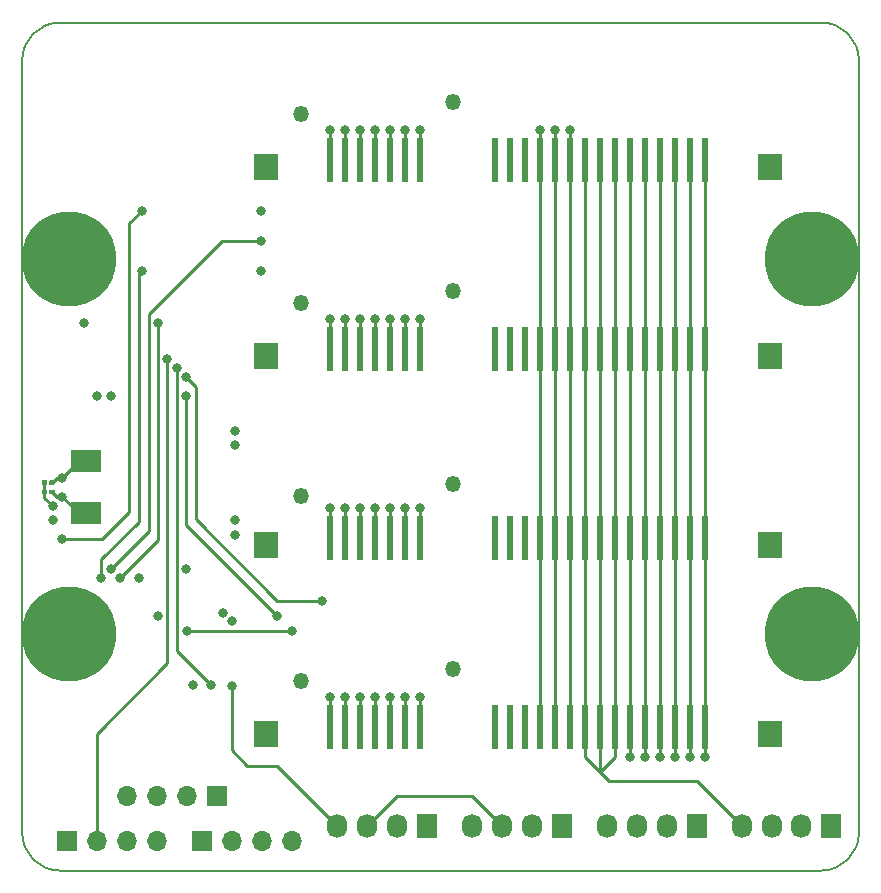
<source format=gbr>
%TF.GenerationSoftware,KiCad,Pcbnew,6.0.0-rc1-unknown-4a57541~66~ubuntu18.04.1*%
%TF.CreationDate,2018-09-12T10:58:26-06:00*%
%TF.ProjectId,thelio-io,7468656C696F2D696F2E6B696361645F,rev?*%
%TF.SameCoordinates,Original*%
%TF.FileFunction,Copper,L1,Top,Signal*%
%TF.FilePolarity,Positive*%
%FSLAX46Y46*%
G04 Gerber Fmt 4.6, Leading zero omitted, Abs format (unit mm)*
G04 Created by KiCad (PCBNEW 6.0.0-rc1-unknown-4a57541~66~ubuntu18.04.1) date Wed Sep 12 10:58:26 2018*
%MOMM*%
%LPD*%
G01*
G04 APERTURE LIST*
%TA.AperFunction,NonConductor*%
%ADD10C,0.150000*%
%TD*%
%TA.AperFunction,NonConductor*%
%ADD11C,0.200000*%
%TD*%
%TA.AperFunction,ComponentPad*%
%ADD12O,1.730000X2.030000*%
%TD*%
%TA.AperFunction,ComponentPad*%
%ADD13R,1.730000X2.030000*%
%TD*%
%TA.AperFunction,ComponentPad*%
%ADD14O,1.700000X1.700000*%
%TD*%
%TA.AperFunction,ComponentPad*%
%ADD15R,1.700000X1.700000*%
%TD*%
%TA.AperFunction,ComponentPad*%
%ADD16O,1.350000X1.350000*%
%TD*%
%TA.AperFunction,Conductor*%
%ADD17C,0.350000*%
%TD*%
%TA.AperFunction,SMDPad,CuDef*%
%ADD18C,0.400000*%
%TD*%
%TA.AperFunction,SMDPad,CuDef*%
%ADD19R,2.500000X1.900000*%
%TD*%
%TA.AperFunction,ComponentPad*%
%ADD20C,0.900000*%
%TD*%
%TA.AperFunction,ComponentPad*%
%ADD21C,8.000000*%
%TD*%
%TA.AperFunction,ConnectorPad*%
%ADD22R,2.100000X2.200000*%
%TD*%
%TA.AperFunction,SMDPad,CuDef*%
%ADD23R,0.600000X3.800000*%
%TD*%
%TA.AperFunction,ViaPad*%
%ADD24C,0.800000*%
%TD*%
%TA.AperFunction,Conductor*%
%ADD25C,0.250000*%
%TD*%
G04 APERTURE END LIST*
D10*
X70850000Y-68600000D02*
G75*
G02X67650000Y-71800000I-3200000J0D01*
G01*
D11*
X3200000Y-71800000D02*
G75*
G02X0Y-68600000I0J3200000D01*
G01*
X67650000Y-71800000D02*
X3200000Y-71800000D01*
X70850000Y-3200000D02*
X70850000Y-68600000D01*
X0Y-3200000D02*
G75*
G02X3200000Y0I3200000J0D01*
G01*
X67650000Y0D02*
G75*
G02X70850000Y-3200000I0J-3200000D01*
G01*
X0Y-68600000D02*
X0Y-3200000D01*
X3200000Y0D02*
X67650000Y0D01*
D12*
%TO.P,POWER0,4*%
%TO.N,+5V*%
X60960000Y-67990000D03*
%TO.P,POWER0,3*%
%TO.N,GND*%
X63460000Y-67990000D03*
%TO.P,POWER0,2*%
X65960000Y-67990000D03*
D13*
%TO.P,POWER0,1*%
%TO.N,+12V*%
X68460000Y-67990000D03*
%TD*%
D14*
%TO.P,USB0,4*%
%TO.N,GND*%
X8890000Y-65450000D03*
%TO.P,USB0,3*%
%TO.N,Net-(R0-Pad1)*%
X11430000Y-65450000D03*
%TO.P,USB0,2*%
%TO.N,Net-(R1-Pad1)*%
X13970000Y-65450000D03*
D15*
%TO.P,USB0,1*%
%TO.N,VCC*%
X16510000Y-65450000D03*
%TD*%
D16*
%TO.P,DATA2,*%
%TO.N,*%
X36470000Y-22760000D03*
X23640000Y-23760000D03*
%TD*%
%TO.P,DATA0,*%
%TO.N,*%
X36470000Y-6760000D03*
X23640000Y-7760000D03*
%TD*%
%TO.P,DATA3,*%
%TO.N,*%
X36470000Y-54760000D03*
X23640000Y-55760000D03*
%TD*%
%TO.P,DATA1,*%
%TO.N,*%
X36470000Y-39110000D03*
X23640000Y-40110000D03*
%TD*%
D17*
%TO.N,Net-(AVR0-Pad16)*%
%TO.C,C1*%
G36*
X2659802Y-39550482D02*
X2669509Y-39551921D01*
X2679028Y-39554306D01*
X2688268Y-39557612D01*
X2697140Y-39561808D01*
X2705557Y-39566853D01*
X2713439Y-39572699D01*
X2720711Y-39579289D01*
X2727301Y-39586561D01*
X2733147Y-39594443D01*
X2738192Y-39602860D01*
X2742388Y-39611732D01*
X2745694Y-39620972D01*
X2748079Y-39630491D01*
X2749518Y-39640198D01*
X2750000Y-39650000D01*
X2750000Y-39850000D01*
X2749518Y-39859802D01*
X2748079Y-39869509D01*
X2745694Y-39879028D01*
X2742388Y-39888268D01*
X2738192Y-39897140D01*
X2733147Y-39905557D01*
X2727301Y-39913439D01*
X2720711Y-39920711D01*
X2713439Y-39927301D01*
X2705557Y-39933147D01*
X2697140Y-39938192D01*
X2688268Y-39942388D01*
X2679028Y-39945694D01*
X2669509Y-39948079D01*
X2659802Y-39949518D01*
X2650000Y-39950000D01*
X2390000Y-39950000D01*
X2380198Y-39949518D01*
X2370491Y-39948079D01*
X2360972Y-39945694D01*
X2351732Y-39942388D01*
X2342860Y-39938192D01*
X2334443Y-39933147D01*
X2326561Y-39927301D01*
X2319289Y-39920711D01*
X2312699Y-39913439D01*
X2306853Y-39905557D01*
X2301808Y-39897140D01*
X2297612Y-39888268D01*
X2294306Y-39879028D01*
X2291921Y-39869509D01*
X2290482Y-39859802D01*
X2290000Y-39850000D01*
X2290000Y-39650000D01*
X2290482Y-39640198D01*
X2291921Y-39630491D01*
X2294306Y-39620972D01*
X2297612Y-39611732D01*
X2301808Y-39602860D01*
X2306853Y-39594443D01*
X2312699Y-39586561D01*
X2319289Y-39579289D01*
X2326561Y-39572699D01*
X2334443Y-39566853D01*
X2342860Y-39561808D01*
X2351732Y-39557612D01*
X2360972Y-39554306D01*
X2370491Y-39551921D01*
X2380198Y-39550482D01*
X2390000Y-39550000D01*
X2650000Y-39550000D01*
X2659802Y-39550482D01*
X2659802Y-39550482D01*
G37*
D18*
%TD*%
%TO.P,C1,2*%
%TO.N,Net-(AVR0-Pad16)*%
X2520000Y-39750000D03*
D17*
%TO.N,GND*%
%TO.C,C1*%
G36*
X2019802Y-39550482D02*
X2029509Y-39551921D01*
X2039028Y-39554306D01*
X2048268Y-39557612D01*
X2057140Y-39561808D01*
X2065557Y-39566853D01*
X2073439Y-39572699D01*
X2080711Y-39579289D01*
X2087301Y-39586561D01*
X2093147Y-39594443D01*
X2098192Y-39602860D01*
X2102388Y-39611732D01*
X2105694Y-39620972D01*
X2108079Y-39630491D01*
X2109518Y-39640198D01*
X2110000Y-39650000D01*
X2110000Y-39850000D01*
X2109518Y-39859802D01*
X2108079Y-39869509D01*
X2105694Y-39879028D01*
X2102388Y-39888268D01*
X2098192Y-39897140D01*
X2093147Y-39905557D01*
X2087301Y-39913439D01*
X2080711Y-39920711D01*
X2073439Y-39927301D01*
X2065557Y-39933147D01*
X2057140Y-39938192D01*
X2048268Y-39942388D01*
X2039028Y-39945694D01*
X2029509Y-39948079D01*
X2019802Y-39949518D01*
X2010000Y-39950000D01*
X1750000Y-39950000D01*
X1740198Y-39949518D01*
X1730491Y-39948079D01*
X1720972Y-39945694D01*
X1711732Y-39942388D01*
X1702860Y-39938192D01*
X1694443Y-39933147D01*
X1686561Y-39927301D01*
X1679289Y-39920711D01*
X1672699Y-39913439D01*
X1666853Y-39905557D01*
X1661808Y-39897140D01*
X1657612Y-39888268D01*
X1654306Y-39879028D01*
X1651921Y-39869509D01*
X1650482Y-39859802D01*
X1650000Y-39850000D01*
X1650000Y-39650000D01*
X1650482Y-39640198D01*
X1651921Y-39630491D01*
X1654306Y-39620972D01*
X1657612Y-39611732D01*
X1661808Y-39602860D01*
X1666853Y-39594443D01*
X1672699Y-39586561D01*
X1679289Y-39579289D01*
X1686561Y-39572699D01*
X1694443Y-39566853D01*
X1702860Y-39561808D01*
X1711732Y-39557612D01*
X1720972Y-39554306D01*
X1730491Y-39551921D01*
X1740198Y-39550482D01*
X1750000Y-39550000D01*
X2010000Y-39550000D01*
X2019802Y-39550482D01*
X2019802Y-39550482D01*
G37*
D18*
%TD*%
%TO.P,C1,1*%
%TO.N,GND*%
X1880000Y-39750000D03*
D17*
%TO.N,Net-(AVR0-Pad17)*%
%TO.C,C2*%
G36*
X2659802Y-38750482D02*
X2669509Y-38751921D01*
X2679028Y-38754306D01*
X2688268Y-38757612D01*
X2697140Y-38761808D01*
X2705557Y-38766853D01*
X2713439Y-38772699D01*
X2720711Y-38779289D01*
X2727301Y-38786561D01*
X2733147Y-38794443D01*
X2738192Y-38802860D01*
X2742388Y-38811732D01*
X2745694Y-38820972D01*
X2748079Y-38830491D01*
X2749518Y-38840198D01*
X2750000Y-38850000D01*
X2750000Y-39050000D01*
X2749518Y-39059802D01*
X2748079Y-39069509D01*
X2745694Y-39079028D01*
X2742388Y-39088268D01*
X2738192Y-39097140D01*
X2733147Y-39105557D01*
X2727301Y-39113439D01*
X2720711Y-39120711D01*
X2713439Y-39127301D01*
X2705557Y-39133147D01*
X2697140Y-39138192D01*
X2688268Y-39142388D01*
X2679028Y-39145694D01*
X2669509Y-39148079D01*
X2659802Y-39149518D01*
X2650000Y-39150000D01*
X2390000Y-39150000D01*
X2380198Y-39149518D01*
X2370491Y-39148079D01*
X2360972Y-39145694D01*
X2351732Y-39142388D01*
X2342860Y-39138192D01*
X2334443Y-39133147D01*
X2326561Y-39127301D01*
X2319289Y-39120711D01*
X2312699Y-39113439D01*
X2306853Y-39105557D01*
X2301808Y-39097140D01*
X2297612Y-39088268D01*
X2294306Y-39079028D01*
X2291921Y-39069509D01*
X2290482Y-39059802D01*
X2290000Y-39050000D01*
X2290000Y-38850000D01*
X2290482Y-38840198D01*
X2291921Y-38830491D01*
X2294306Y-38820972D01*
X2297612Y-38811732D01*
X2301808Y-38802860D01*
X2306853Y-38794443D01*
X2312699Y-38786561D01*
X2319289Y-38779289D01*
X2326561Y-38772699D01*
X2334443Y-38766853D01*
X2342860Y-38761808D01*
X2351732Y-38757612D01*
X2360972Y-38754306D01*
X2370491Y-38751921D01*
X2380198Y-38750482D01*
X2390000Y-38750000D01*
X2650000Y-38750000D01*
X2659802Y-38750482D01*
X2659802Y-38750482D01*
G37*
D18*
%TD*%
%TO.P,C2,2*%
%TO.N,Net-(AVR0-Pad17)*%
X2520000Y-38950000D03*
D17*
%TO.N,GND*%
%TO.C,C2*%
G36*
X2019802Y-38750482D02*
X2029509Y-38751921D01*
X2039028Y-38754306D01*
X2048268Y-38757612D01*
X2057140Y-38761808D01*
X2065557Y-38766853D01*
X2073439Y-38772699D01*
X2080711Y-38779289D01*
X2087301Y-38786561D01*
X2093147Y-38794443D01*
X2098192Y-38802860D01*
X2102388Y-38811732D01*
X2105694Y-38820972D01*
X2108079Y-38830491D01*
X2109518Y-38840198D01*
X2110000Y-38850000D01*
X2110000Y-39050000D01*
X2109518Y-39059802D01*
X2108079Y-39069509D01*
X2105694Y-39079028D01*
X2102388Y-39088268D01*
X2098192Y-39097140D01*
X2093147Y-39105557D01*
X2087301Y-39113439D01*
X2080711Y-39120711D01*
X2073439Y-39127301D01*
X2065557Y-39133147D01*
X2057140Y-39138192D01*
X2048268Y-39142388D01*
X2039028Y-39145694D01*
X2029509Y-39148079D01*
X2019802Y-39149518D01*
X2010000Y-39150000D01*
X1750000Y-39150000D01*
X1740198Y-39149518D01*
X1730491Y-39148079D01*
X1720972Y-39145694D01*
X1711732Y-39142388D01*
X1702860Y-39138192D01*
X1694443Y-39133147D01*
X1686561Y-39127301D01*
X1679289Y-39120711D01*
X1672699Y-39113439D01*
X1666853Y-39105557D01*
X1661808Y-39097140D01*
X1657612Y-39088268D01*
X1654306Y-39079028D01*
X1651921Y-39069509D01*
X1650482Y-39059802D01*
X1650000Y-39050000D01*
X1650000Y-38850000D01*
X1650482Y-38840198D01*
X1651921Y-38830491D01*
X1654306Y-38820972D01*
X1657612Y-38811732D01*
X1661808Y-38802860D01*
X1666853Y-38794443D01*
X1672699Y-38786561D01*
X1679289Y-38779289D01*
X1686561Y-38772699D01*
X1694443Y-38766853D01*
X1702860Y-38761808D01*
X1711732Y-38757612D01*
X1720972Y-38754306D01*
X1730491Y-38751921D01*
X1740198Y-38750482D01*
X1750000Y-38750000D01*
X2010000Y-38750000D01*
X2019802Y-38750482D01*
X2019802Y-38750482D01*
G37*
D18*
%TD*%
%TO.P,C2,1*%
%TO.N,GND*%
X1880000Y-38950000D03*
D19*
%TO.P,Y0,2*%
%TO.N,Net-(AVR0-Pad17)*%
X5400000Y-37150000D03*
%TO.P,Y0,1*%
%TO.N,Net-(AVR0-Pad16)*%
X5400000Y-41550000D03*
%TD*%
D12*
%TO.P,CPUOUT0,4*%
%TO.N,Net-(CPUMUX0-Pad5)*%
X38100000Y-67990000D03*
%TO.P,CPUOUT0,3*%
%TO.N,ADC4*%
X40640000Y-67990000D03*
%TO.P,CPUOUT0,2*%
%TO.N,+12V*%
X43180000Y-67990000D03*
D13*
%TO.P,CPUOUT0,1*%
%TO.N,GND*%
X45720000Y-67990000D03*
%TD*%
D20*
%TO.P,HOLE1,1*%
%TO.N,N/C*%
X68971320Y-17878680D03*
X66850000Y-17000000D03*
X64728680Y-17878680D03*
X63850000Y-20000000D03*
X64728680Y-22121320D03*
X66850000Y-23000000D03*
X68971320Y-22121320D03*
X69850000Y-20000000D03*
D21*
X66850000Y-20000000D03*
%TD*%
D20*
%TO.P,HOLE3,1*%
%TO.N,N/C*%
X68971320Y-49678680D03*
X66850000Y-48800000D03*
X64728680Y-49678680D03*
X63850000Y-51800000D03*
X64728680Y-53921320D03*
X66850000Y-54800000D03*
X68971320Y-53921320D03*
X69850000Y-51800000D03*
D21*
X66850000Y-51800000D03*
%TD*%
D20*
%TO.P,HOLE2,1*%
%TO.N,N/C*%
X6121320Y-49678680D03*
X4000000Y-48800000D03*
X1878680Y-49678680D03*
X1000000Y-51800000D03*
X1878680Y-53921320D03*
X4000000Y-54800000D03*
X6121320Y-53921320D03*
X7000000Y-51800000D03*
D21*
X4000000Y-51800000D03*
%TD*%
D20*
%TO.P,HOLE0,1*%
%TO.N,N/C*%
X6121320Y-17878680D03*
X4000000Y-17000000D03*
X1878680Y-17878680D03*
X1000000Y-20000000D03*
X1878680Y-22121320D03*
X4000000Y-23000000D03*
X6121320Y-22121320D03*
X7000000Y-20000000D03*
D21*
X4000000Y-20000000D03*
%TD*%
D14*
%TO.P,PMB0,4*%
%TO.N,ADC0*%
X11430000Y-69260000D03*
%TO.P,PMB0,3*%
%TO.N,GND*%
X8890000Y-69260000D03*
%TO.P,PMB0,2*%
%TO.N,PB4*%
X6350000Y-69260000D03*
D15*
%TO.P,PMB0,1*%
%TO.N,GND*%
X3810000Y-69260000D03*
%TD*%
D12*
%TO.P,CPUIN0,4*%
%TO.N,Net-(CPUIN0-Pad4)*%
X26670000Y-67990000D03*
%TO.P,CPUIN0,3*%
%TO.N,ADC4*%
X29210000Y-67990000D03*
%TO.P,CPUIN0,2*%
%TO.N,Net-(CPUIN0-Pad2)*%
X31750000Y-67990000D03*
D13*
%TO.P,CPUIN0,1*%
%TO.N,GND*%
X34290000Y-67990000D03*
%TD*%
D12*
%TO.P,INTAKE0,4*%
%TO.N,OC1B*%
X49530000Y-67990000D03*
%TO.P,INTAKE0,3*%
%TO.N,ADC5*%
X52070000Y-67990000D03*
%TO.P,INTAKE0,2*%
%TO.N,+12V*%
X54610000Y-67990000D03*
D13*
%TO.P,INTAKE0,1*%
%TO.N,GND*%
X57150000Y-67990000D03*
%TD*%
D14*
%TO.P,PFP0,4*%
%TO.N,Net-(PFP0-Pad4)*%
X22860000Y-69260000D03*
%TO.P,PFP0,3*%
%TO.N,GND*%
X20320000Y-69260000D03*
%TO.P,PFP0,2*%
%TO.N,ADC1*%
X17780000Y-69260000D03*
D15*
%TO.P,PFP0,1*%
%TO.N,GND*%
X15240000Y-69260000D03*
%TD*%
D22*
%TO.P,SATA3,*%
%TO.N,*%
X20625000Y-60250000D03*
X63325000Y-60250000D03*
D23*
%TO.P,SATA3,22*%
%TO.N,+12V*%
X57850000Y-59650000D03*
%TO.P,SATA3,21*%
X56580000Y-59650000D03*
%TO.P,SATA3,20*%
X55310000Y-59650000D03*
%TO.P,SATA3,19*%
%TO.N,GND*%
X54040000Y-59650000D03*
%TO.P,SATA3,18*%
X52770000Y-59650000D03*
%TO.P,SATA3,17*%
X51500000Y-59650000D03*
%TO.P,SATA3,16*%
%TO.N,+5V*%
X50230000Y-59650000D03*
%TO.P,SATA3,15*%
X48960000Y-59650000D03*
%TO.P,SATA3,14*%
X47690000Y-59650000D03*
%TO.P,SATA3,13*%
%TO.N,GND*%
X46420000Y-59650000D03*
%TO.P,SATA3,12*%
X45150000Y-59650000D03*
%TO.P,SATA3,11*%
X43880000Y-59650000D03*
%TO.P,SATA3,10*%
%TO.N,Net-(SATA3-Pad10)*%
X42610000Y-59650000D03*
%TO.P,SATA3,9*%
%TO.N,Net-(SATA3-Pad9)*%
X41340000Y-59650000D03*
%TO.P,SATA3,8*%
%TO.N,Net-(SATA3-Pad8)*%
X40070000Y-59650000D03*
%TO.P,SATA3,7*%
%TO.N,Net-(DATA3-Pad1)*%
X33720000Y-59650000D03*
%TO.P,SATA3,6*%
%TO.N,Net-(DATA3-Pad2)*%
X32450000Y-59650000D03*
%TO.P,SATA3,5*%
%TO.N,Net-(DATA3-Pad3)*%
X31180000Y-59650000D03*
%TO.P,SATA3,4*%
%TO.N,Net-(DATA3-Pad4)*%
X29910000Y-59650000D03*
%TO.P,SATA3,3*%
%TO.N,Net-(DATA3-Pad5)*%
X28640000Y-59650000D03*
%TO.P,SATA3,2*%
%TO.N,Net-(DATA3-Pad6)*%
X27370000Y-59650000D03*
%TO.P,SATA3,1*%
%TO.N,Net-(DATA3-Pad7)*%
X26100000Y-59650000D03*
%TD*%
D22*
%TO.P,SATA1,*%
%TO.N,*%
X20625000Y-44250000D03*
X63325000Y-44250000D03*
D23*
%TO.P,SATA1,22*%
%TO.N,+12V*%
X57850000Y-43650000D03*
%TO.P,SATA1,21*%
X56580000Y-43650000D03*
%TO.P,SATA1,20*%
X55310000Y-43650000D03*
%TO.P,SATA1,19*%
%TO.N,GND*%
X54040000Y-43650000D03*
%TO.P,SATA1,18*%
X52770000Y-43650000D03*
%TO.P,SATA1,17*%
X51500000Y-43650000D03*
%TO.P,SATA1,16*%
%TO.N,+5V*%
X50230000Y-43650000D03*
%TO.P,SATA1,15*%
X48960000Y-43650000D03*
%TO.P,SATA1,14*%
X47690000Y-43650000D03*
%TO.P,SATA1,13*%
%TO.N,GND*%
X46420000Y-43650000D03*
%TO.P,SATA1,12*%
X45150000Y-43650000D03*
%TO.P,SATA1,11*%
X43880000Y-43650000D03*
%TO.P,SATA1,10*%
%TO.N,Net-(SATA1-Pad10)*%
X42610000Y-43650000D03*
%TO.P,SATA1,9*%
%TO.N,Net-(SATA1-Pad9)*%
X41340000Y-43650000D03*
%TO.P,SATA1,8*%
%TO.N,Net-(SATA1-Pad8)*%
X40070000Y-43650000D03*
%TO.P,SATA1,7*%
%TO.N,Net-(DATA1-Pad1)*%
X33720000Y-43650000D03*
%TO.P,SATA1,6*%
%TO.N,Net-(DATA1-Pad2)*%
X32450000Y-43650000D03*
%TO.P,SATA1,5*%
%TO.N,Net-(DATA1-Pad3)*%
X31180000Y-43650000D03*
%TO.P,SATA1,4*%
%TO.N,Net-(DATA1-Pad4)*%
X29910000Y-43650000D03*
%TO.P,SATA1,3*%
%TO.N,Net-(DATA1-Pad5)*%
X28640000Y-43650000D03*
%TO.P,SATA1,2*%
%TO.N,Net-(DATA1-Pad6)*%
X27370000Y-43650000D03*
%TO.P,SATA1,1*%
%TO.N,Net-(DATA1-Pad7)*%
X26100000Y-43650000D03*
%TD*%
D22*
%TO.P,SATA2,*%
%TO.N,*%
X20625000Y-28250000D03*
X63325000Y-28250000D03*
D23*
%TO.P,SATA2,22*%
%TO.N,+12V*%
X57850000Y-27650000D03*
%TO.P,SATA2,21*%
X56580000Y-27650000D03*
%TO.P,SATA2,20*%
X55310000Y-27650000D03*
%TO.P,SATA2,19*%
%TO.N,GND*%
X54040000Y-27650000D03*
%TO.P,SATA2,18*%
X52770000Y-27650000D03*
%TO.P,SATA2,17*%
X51500000Y-27650000D03*
%TO.P,SATA2,16*%
%TO.N,+5V*%
X50230000Y-27650000D03*
%TO.P,SATA2,15*%
X48960000Y-27650000D03*
%TO.P,SATA2,14*%
X47690000Y-27650000D03*
%TO.P,SATA2,13*%
%TO.N,GND*%
X46420000Y-27650000D03*
%TO.P,SATA2,12*%
X45150000Y-27650000D03*
%TO.P,SATA2,11*%
X43880000Y-27650000D03*
%TO.P,SATA2,10*%
%TO.N,Net-(SATA2-Pad10)*%
X42610000Y-27650000D03*
%TO.P,SATA2,9*%
%TO.N,Net-(SATA2-Pad9)*%
X41340000Y-27650000D03*
%TO.P,SATA2,8*%
%TO.N,Net-(SATA2-Pad8)*%
X40070000Y-27650000D03*
%TO.P,SATA2,7*%
%TO.N,Net-(DATA2-Pad1)*%
X33720000Y-27650000D03*
%TO.P,SATA2,6*%
%TO.N,Net-(DATA2-Pad2)*%
X32450000Y-27650000D03*
%TO.P,SATA2,5*%
%TO.N,Net-(DATA2-Pad3)*%
X31180000Y-27650000D03*
%TO.P,SATA2,4*%
%TO.N,Net-(DATA2-Pad4)*%
X29910000Y-27650000D03*
%TO.P,SATA2,3*%
%TO.N,Net-(DATA2-Pad5)*%
X28640000Y-27650000D03*
%TO.P,SATA2,2*%
%TO.N,Net-(DATA2-Pad6)*%
X27370000Y-27650000D03*
%TO.P,SATA2,1*%
%TO.N,Net-(DATA2-Pad7)*%
X26100000Y-27650000D03*
%TD*%
D22*
%TO.P,SATA0,*%
%TO.N,*%
X20625000Y-12250000D03*
X63325000Y-12250000D03*
D23*
%TO.P,SATA0,22*%
%TO.N,+12V*%
X57850000Y-11650000D03*
%TO.P,SATA0,21*%
X56580000Y-11650000D03*
%TO.P,SATA0,20*%
X55310000Y-11650000D03*
%TO.P,SATA0,19*%
%TO.N,GND*%
X54040000Y-11650000D03*
%TO.P,SATA0,18*%
X52770000Y-11650000D03*
%TO.P,SATA0,17*%
X51500000Y-11650000D03*
%TO.P,SATA0,16*%
%TO.N,+5V*%
X50230000Y-11650000D03*
%TO.P,SATA0,15*%
X48960000Y-11650000D03*
%TO.P,SATA0,14*%
X47690000Y-11650000D03*
%TO.P,SATA0,13*%
%TO.N,GND*%
X46420000Y-11650000D03*
%TO.P,SATA0,12*%
X45150000Y-11650000D03*
%TO.P,SATA0,11*%
X43880000Y-11650000D03*
%TO.P,SATA0,10*%
%TO.N,Net-(SATA0-Pad10)*%
X42610000Y-11650000D03*
%TO.P,SATA0,9*%
%TO.N,Net-(SATA0-Pad9)*%
X41340000Y-11650000D03*
%TO.P,SATA0,8*%
%TO.N,Net-(SATA0-Pad8)*%
X40070000Y-11650000D03*
%TO.P,SATA0,7*%
%TO.N,Net-(DATA0-Pad1)*%
X33720000Y-11650000D03*
%TO.P,SATA0,6*%
%TO.N,Net-(DATA0-Pad2)*%
X32450000Y-11650000D03*
%TO.P,SATA0,5*%
%TO.N,Net-(DATA0-Pad3)*%
X31180000Y-11650000D03*
%TO.P,SATA0,4*%
%TO.N,Net-(DATA0-Pad4)*%
X29910000Y-11650000D03*
%TO.P,SATA0,3*%
%TO.N,Net-(DATA0-Pad5)*%
X28640000Y-11650000D03*
%TO.P,SATA0,2*%
%TO.N,Net-(DATA0-Pad6)*%
X27370000Y-11650000D03*
%TO.P,SATA0,1*%
%TO.N,Net-(DATA0-Pad7)*%
X26100000Y-11650000D03*
%TD*%
D24*
%TO.N,Net-(AVR0-Pad17)*%
X3400000Y-38549998D03*
%TO.N,Net-(AVR0-Pad16)*%
X3400000Y-40150000D03*
%TO.N,Net-(CPUIN0-Pad4)*%
X17775000Y-56180000D03*
%TO.N,Net-(DATA2-Pad7)*%
X26100000Y-25110000D03*
%TO.N,Net-(DATA2-Pad6)*%
X27370000Y-25110000D03*
%TO.N,Net-(DATA2-Pad5)*%
X28640000Y-25110000D03*
%TO.N,Net-(DATA2-Pad4)*%
X29910000Y-25110000D03*
%TO.N,Net-(DATA2-Pad3)*%
X31180000Y-25110000D03*
%TO.N,Net-(DATA2-Pad2)*%
X32450000Y-25110000D03*
%TO.N,Net-(DATA2-Pad1)*%
X33720000Y-25110000D03*
%TO.N,Net-(DATA3-Pad7)*%
X26100000Y-57110000D03*
%TO.N,Net-(DATA3-Pad6)*%
X27370000Y-57110000D03*
%TO.N,Net-(DATA3-Pad5)*%
X28640000Y-57110000D03*
%TO.N,Net-(DATA3-Pad4)*%
X29910000Y-57110000D03*
%TO.N,Net-(DATA3-Pad3)*%
X31180000Y-57110000D03*
%TO.N,Net-(DATA3-Pad2)*%
X32450000Y-57110000D03*
%TO.N,Net-(DATA3-Pad1)*%
X33720000Y-57110000D03*
%TO.N,Net-(DATA0-Pad7)*%
X26100000Y-9110000D03*
%TO.N,Net-(DATA0-Pad6)*%
X27370000Y-9110000D03*
%TO.N,Net-(DATA0-Pad5)*%
X28640000Y-9110000D03*
%TO.N,Net-(DATA0-Pad4)*%
X29910000Y-9110000D03*
%TO.N,Net-(DATA0-Pad3)*%
X31180000Y-9110000D03*
%TO.N,Net-(DATA0-Pad2)*%
X32450000Y-9110000D03*
%TO.N,Net-(DATA0-Pad1)*%
X33720000Y-9110000D03*
%TO.N,Net-(DATA1-Pad7)*%
X26100000Y-41110000D03*
%TO.N,Net-(DATA1-Pad6)*%
X27370000Y-41110000D03*
%TO.N,Net-(DATA1-Pad5)*%
X28640000Y-41110000D03*
%TO.N,Net-(DATA1-Pad4)*%
X29910000Y-41110000D03*
%TO.N,Net-(DATA1-Pad3)*%
X31180000Y-41110000D03*
%TO.N,Net-(DATA1-Pad2)*%
X32450000Y-41110000D03*
%TO.N,Net-(DATA1-Pad1)*%
X33720000Y-41110000D03*
%TO.N,OC1B*%
X25400000Y-48940000D03*
X13900000Y-30050000D03*
%TO.N,OC1A*%
X15975000Y-56079994D03*
X13100000Y-29250000D03*
%TO.N,Net-(CPUMUX0-Pad5)*%
X13970000Y-51480000D03*
X22860000Y-51480000D03*
%TO.N,VCC*%
X18000000Y-43350000D03*
X7507115Y-31657115D03*
X17775000Y-50680000D03*
X13900000Y-46250000D03*
X2600000Y-42150000D03*
X9900000Y-47050000D03*
X18000000Y-34550000D03*
X20245000Y-21000000D03*
%TO.N,GND*%
X18000000Y-42150000D03*
X18000000Y-35750000D03*
X6300000Y-31650000D03*
X16975000Y-49980000D03*
X2600000Y-40950000D03*
X14475000Y-56080000D03*
X11500000Y-50250000D03*
X5200000Y-25450000D03*
X20245000Y-15920000D03*
X43880000Y-9110000D03*
X45150000Y-9110000D03*
X46420000Y-9110000D03*
X54040000Y-62190000D03*
X52770000Y-62190000D03*
X51500000Y-62190000D03*
%TO.N,MISO*%
X6700000Y-47050000D03*
X10115012Y-21000000D03*
%TO.N,MOSI*%
X7499984Y-46250000D03*
X20245000Y-18460000D03*
%TO.N,SCLK*%
X8300000Y-47050000D03*
X11500000Y-25450000D03*
%TO.N,OC4A*%
X21590000Y-50210000D03*
X13899976Y-31650000D03*
%TO.N,PB4*%
X12300000Y-28450000D03*
%TO.N,RST*%
X3400000Y-43750022D03*
X10115000Y-15920000D03*
%TO.N,+12V*%
X57850000Y-62190000D03*
X56580000Y-62190000D03*
X55310000Y-62190000D03*
%TD*%
D25*
%TO.N,Net-(AVR0-Pad17)*%
X2920002Y-38549998D02*
X2520000Y-38950000D01*
X3400000Y-38549998D02*
X2920002Y-38549998D01*
X4799998Y-37150000D02*
X3400000Y-38549998D01*
X5400000Y-37150000D02*
X4799998Y-37150000D01*
%TO.N,Net-(AVR0-Pad16)*%
X3400000Y-40150000D02*
X2920000Y-40150000D01*
X2920000Y-40150000D02*
X2520000Y-39750000D01*
X4800000Y-41550000D02*
X3400000Y-40150000D01*
X5400000Y-41550000D02*
X4800000Y-41550000D01*
%TO.N,Net-(CPUIN0-Pad4)*%
X21590000Y-62910000D02*
X26670000Y-67990000D01*
X19050000Y-62910000D02*
X21590000Y-62910000D01*
X17775000Y-56180000D02*
X17775000Y-61635000D01*
X17775000Y-61635000D02*
X19050000Y-62910000D01*
%TO.N,Net-(DATA2-Pad7)*%
X26100000Y-27650000D02*
X26100000Y-25110000D01*
%TO.N,Net-(DATA2-Pad6)*%
X27370000Y-27650000D02*
X27370000Y-25110000D01*
%TO.N,Net-(DATA2-Pad5)*%
X28640000Y-27650000D02*
X28640000Y-25110000D01*
%TO.N,Net-(DATA2-Pad4)*%
X29910000Y-27650000D02*
X29910000Y-25110000D01*
%TO.N,Net-(DATA2-Pad3)*%
X31180000Y-27650000D02*
X31180000Y-25110000D01*
%TO.N,Net-(DATA2-Pad2)*%
X32450000Y-27650000D02*
X32450000Y-25110000D01*
%TO.N,Net-(DATA2-Pad1)*%
X33720000Y-27650000D02*
X33720000Y-25110000D01*
%TO.N,Net-(DATA3-Pad7)*%
X26100000Y-59650000D02*
X26100000Y-57110000D01*
%TO.N,Net-(DATA3-Pad6)*%
X27370000Y-59650000D02*
X27370000Y-57110000D01*
%TO.N,Net-(DATA3-Pad5)*%
X28640000Y-59650000D02*
X28640000Y-57110000D01*
%TO.N,Net-(DATA3-Pad4)*%
X29910000Y-59650000D02*
X29910000Y-57110000D01*
%TO.N,Net-(DATA3-Pad3)*%
X31180000Y-59650000D02*
X31180000Y-57110000D01*
%TO.N,Net-(DATA3-Pad2)*%
X32450000Y-59650000D02*
X32450000Y-57110000D01*
%TO.N,Net-(DATA3-Pad1)*%
X33720000Y-59650000D02*
X33720000Y-57110000D01*
%TO.N,Net-(DATA0-Pad7)*%
X26100000Y-11650000D02*
X26100000Y-9110000D01*
%TO.N,Net-(DATA0-Pad6)*%
X27370000Y-11650000D02*
X27370000Y-9110000D01*
%TO.N,Net-(DATA0-Pad5)*%
X28640000Y-11650000D02*
X28640000Y-9110000D01*
%TO.N,Net-(DATA0-Pad4)*%
X29910000Y-11650000D02*
X29910000Y-9110000D01*
%TO.N,Net-(DATA0-Pad3)*%
X31180000Y-11650000D02*
X31180000Y-9110000D01*
%TO.N,Net-(DATA0-Pad2)*%
X32450000Y-11650000D02*
X32450000Y-9110000D01*
%TO.N,Net-(DATA0-Pad1)*%
X33720000Y-11650000D02*
X33720000Y-9110000D01*
%TO.N,Net-(DATA1-Pad7)*%
X26100000Y-43650000D02*
X26100000Y-41110000D01*
%TO.N,Net-(DATA1-Pad6)*%
X27370000Y-43650000D02*
X27370000Y-41110000D01*
%TO.N,Net-(DATA1-Pad5)*%
X28640000Y-43650000D02*
X28640000Y-41110000D01*
%TO.N,Net-(DATA1-Pad4)*%
X29910000Y-43650000D02*
X29910000Y-41110000D01*
%TO.N,Net-(DATA1-Pad3)*%
X31180000Y-43650000D02*
X31180000Y-41110000D01*
%TO.N,Net-(DATA1-Pad2)*%
X32450000Y-43650000D02*
X32450000Y-41110000D01*
%TO.N,Net-(DATA1-Pad1)*%
X33720000Y-43650000D02*
X33720000Y-41110000D01*
%TO.N,OC1B*%
X21590000Y-48940000D02*
X25400000Y-48940000D01*
X14700000Y-42050000D02*
X21590000Y-48940000D01*
X13900000Y-30050000D02*
X14700000Y-30850000D01*
X14700000Y-30850000D02*
X14700000Y-42050000D01*
%TO.N,OC1A*%
X13100000Y-53205000D02*
X13100000Y-29250000D01*
X15975000Y-56080000D02*
X13100000Y-53205000D01*
%TO.N,Net-(CPUMUX0-Pad5)*%
X22860000Y-51480000D02*
X13970000Y-51480000D01*
%TO.N,GND*%
X54040000Y-11650000D02*
X54040000Y-10050000D01*
X54040000Y-26930000D02*
X54040000Y-27650000D01*
X43880000Y-27650000D02*
X43880000Y-26050000D01*
X1880000Y-38950000D02*
X1880000Y-39750000D01*
X1880000Y-40230000D02*
X1880000Y-39750000D01*
X2600000Y-40950000D02*
X1880000Y-40230000D01*
X46420000Y-43650000D02*
X46420000Y-42050000D01*
X54040000Y-27650000D02*
X54040000Y-29250000D01*
X45150000Y-27650000D02*
X45150000Y-29250000D01*
X43880000Y-42930000D02*
X43880000Y-43650000D01*
X45150000Y-43650000D02*
X45150000Y-42050000D01*
X46420000Y-27650000D02*
X46420000Y-29250000D01*
X51500000Y-27650000D02*
X51500000Y-29250000D01*
X52770000Y-27650000D02*
X52770000Y-29250000D01*
X43880000Y-59650000D02*
X43880000Y-43650000D01*
X43880000Y-43650000D02*
X43880000Y-27650000D01*
X43880000Y-27650000D02*
X43880000Y-11650000D01*
X45150000Y-11650000D02*
X45150000Y-27650000D01*
X45150000Y-27650000D02*
X45150000Y-43650000D01*
X45150000Y-43650000D02*
X45150000Y-59650000D01*
X46420000Y-59650000D02*
X46420000Y-43650000D01*
X46420000Y-43650000D02*
X46420000Y-27650000D01*
X46420000Y-12370000D02*
X46420000Y-11650000D01*
X46420000Y-27650000D02*
X46420000Y-12370000D01*
X51500000Y-11650000D02*
X51500000Y-27650000D01*
X52770000Y-27650000D02*
X52770000Y-11650000D01*
X54040000Y-11650000D02*
X54040000Y-27650000D01*
X51500000Y-27650000D02*
X51500000Y-43650000D01*
X52770000Y-27650000D02*
X52770000Y-43650000D01*
X54040000Y-43650000D02*
X54040000Y-27650000D01*
X51500000Y-43650000D02*
X51500000Y-59650000D01*
X52770000Y-43650000D02*
X52770000Y-59650000D01*
X54040000Y-43650000D02*
X54040000Y-59650000D01*
X43880000Y-11650000D02*
X43880000Y-9110000D01*
X45150000Y-11650000D02*
X45150000Y-9110000D01*
X46420000Y-11650000D02*
X46420000Y-9110000D01*
X54040000Y-59650000D02*
X54040000Y-62190000D01*
X52770000Y-59650000D02*
X52770000Y-62190000D01*
X51500000Y-59650000D02*
X51500000Y-62190000D01*
%TO.N,MISO*%
X9900000Y-21215012D02*
X10115012Y-21000000D01*
X9900000Y-42250000D02*
X9900000Y-21215012D01*
X6700000Y-47050000D02*
X6700000Y-45450000D01*
X6700000Y-45450000D02*
X9900000Y-42250000D01*
%TO.N,MOSI*%
X10700000Y-24650000D02*
X16890000Y-18460000D01*
X16890000Y-18460000D02*
X20245000Y-18460000D01*
X7499984Y-46250000D02*
X10700000Y-43049984D01*
X10700000Y-43049984D02*
X10700000Y-24650000D01*
%TO.N,SCLK*%
X11500000Y-43850000D02*
X11500000Y-25450000D01*
X8300000Y-47050000D02*
X11500000Y-43850000D01*
%TO.N,ADC4*%
X29210000Y-67990000D02*
X31750000Y-65450000D01*
X31750000Y-65450000D02*
X38100000Y-65450000D01*
X40640000Y-67990000D02*
X38100000Y-65450000D01*
%TO.N,OC4A*%
X21590000Y-50210000D02*
X13899976Y-42519976D01*
X13899976Y-42519976D02*
X13899976Y-31650000D01*
%TO.N,PB4*%
X12300000Y-54250000D02*
X12300000Y-28450000D01*
X6350000Y-60200000D02*
X12300000Y-54250000D01*
X6350000Y-69260000D02*
X6350000Y-60200000D01*
%TO.N,RST*%
X9080001Y-16954999D02*
X9080001Y-41469999D01*
X10115000Y-15920000D02*
X9080001Y-16954999D01*
X6799978Y-43750022D02*
X3400000Y-43750022D01*
X9080001Y-41469999D02*
X6799978Y-43750022D01*
%TO.N,+12V*%
X57850000Y-12989998D02*
X57850000Y-11650000D01*
X55310000Y-28370000D02*
X55310000Y-27650000D01*
X57850000Y-27650000D02*
X57850000Y-29250000D01*
X56580000Y-27650000D02*
X56580000Y-29250000D01*
X55310000Y-59650000D02*
X55310000Y-61250000D01*
X57850000Y-59650000D02*
X57850000Y-43650000D01*
X56580000Y-59650000D02*
X56580000Y-43650000D01*
X55310000Y-59650000D02*
X55310000Y-43650000D01*
X55310000Y-27650000D02*
X55310000Y-11650000D01*
X56580000Y-11650000D02*
X56580000Y-27650000D01*
X57850000Y-27650000D02*
X57850000Y-11650000D01*
X55310000Y-27650000D02*
X55310000Y-43650000D01*
X56580000Y-27650000D02*
X56580000Y-43650000D01*
X57850000Y-27650000D02*
X57850000Y-43650000D01*
X56580000Y-59650000D02*
X56580000Y-62190000D01*
X57850000Y-59650000D02*
X57850000Y-62190000D01*
X55310000Y-59650000D02*
X55310000Y-62190000D01*
%TO.N,+5V*%
X50230000Y-43650000D02*
X50230000Y-42050000D01*
X48960000Y-27650000D02*
X48960000Y-29250000D01*
X50230000Y-27650000D02*
X50230000Y-29250000D01*
X48960000Y-59650000D02*
X48960000Y-63460000D01*
X47690000Y-59650000D02*
X47690000Y-62190000D01*
X47690000Y-62190000D02*
X48960000Y-63460000D01*
X50230000Y-62190000D02*
X50230000Y-59650000D01*
X48960000Y-63460000D02*
X50230000Y-62190000D01*
X47690000Y-11650000D02*
X47690000Y-27650000D01*
X48960000Y-11650000D02*
X48960000Y-27650000D01*
X47690000Y-27650000D02*
X47690000Y-43650000D01*
X48960000Y-43650000D02*
X48960000Y-27650000D01*
X50230000Y-27650000D02*
X50230000Y-43650000D01*
X50230000Y-12370000D02*
X50230000Y-11650000D01*
X50230000Y-27650000D02*
X50230000Y-12370000D01*
X47690000Y-58930000D02*
X47690000Y-59650000D01*
X47690000Y-43650000D02*
X47690000Y-58930000D01*
X48960000Y-43650000D02*
X48960000Y-59650000D01*
X50230000Y-43650000D02*
X50230000Y-59650000D01*
X57150000Y-64180000D02*
X60960000Y-67990000D01*
X48960000Y-63460000D02*
X49680000Y-64180000D01*
X49680000Y-64180000D02*
X57150000Y-64180000D01*
%TD*%
M02*

</source>
